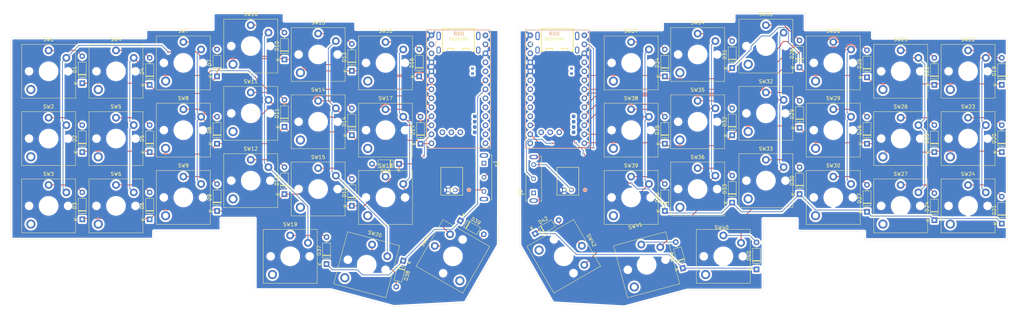
<source format=kicad_pcb>
(kicad_pcb (version 20241229) (generator "pcbnew") (generator_version "9.0")
  (title_block (title "Thyme: Split Keyboard PCB") (date "03/28/2025") (rev "1.14"))
  (layers (0 "F.Cu" signal) (2 "B.Cu" signal) (13 "F.Paste" user) (15 "B.Paste" user) (5 "F.SilkS" user "F.Silkscreen") (7 "B.SilkS" user "B.Silkscreen") (1 "F.Mask" user) (3 "B.Mask" user) (25 "Edge.Cuts" user))
  (net 0 "")
  (net 1 "L-ROW0")
  (net 2 "Net-(D1-A)")
  (net 3 "L-ROW1")
  (net 4 "Net-(D2-A)")
  (net 5 "L-ROW2")
  (net 6 "Net-(D3-A)")
  (net 7 "Net-(D4-A)")
  (net 8 "Net-(D5-A)")
  (net 9 "Net-(D6-A)")
  (net 10 "Net-(D7-A)")
  (net 11 "Net-(D8-A)")
  (net 12 "Net-(D9-A)")
  (net 13 "Net-(D10-A)")
  (net 14 "Net-(D11-A)")
  (net 15 "Net-(D12-A)")
  (net 16 "Net-(D13-A)")
  (net 17 "Net-(D14-A)")
  (net 18 "Net-(D15-A)")
  (net 19 "Net-(D16-A)")
  (net 20 "Net-(D17-A)")
  (net 21 "Net-(D18-A)")
  (net 22 "R-ROW0")
  (net 23 "Net-(D19-A)")
  (net 24 "Net-(D20-A)")
  (net 25 "R-ROW1")
  (net 26 "R-ROW2")
  (net 27 "Net-(D21-A)")
  (net 28 "Net-(D22-A)")
  (net 29 "Net-(D23-A)")
  (net 30 "Net-(D24-A)")
  (net 31 "Net-(D25-A)")
  (net 32 "Net-(D26-A)")
  (net 33 "Net-(D27-A)")
  (net 34 "Net-(D28-A)")
  (net 35 "Net-(D29-A)")
  (net 36 "Net-(D30-A)")
  (net 37 "Net-(D31-A)")
  (net 38 "Net-(D32-A)")
  (net 39 "Net-(D33-A)")
  (net 40 "Net-(D34-A)")
  (net 41 "Net-(D35-A)")
  (net 42 "Net-(D36-A)")
  (net 43 "Net-(D37-A)")
  (net 44 "Net-(D38-A)")
  (net 45 "Net-(D39-A)")
  (net 46 "Net-(D40-A)")
  (net 47 "Net-(D41-A)")
  (net 48 "Net-(D42-A)")
  (net 49 "L-COL0")
  (net 50 "L-COL1")
  (net 51 "L-COL2")
  (net 52 "L-COL3")
  (net 53 "L-COL4")
  (net 54 "L-COL5")
  (net 55 "R-COL0")
  (net 56 "R-COL1")
  (net 57 "R-COL2")
  (net 58 "R-COL3")
  (net 59 "R-COL4")
  (net 60 "R-COL5")
  (net 66 "LPOWER-GND")
  (net 67 "L-ROW3")
  (net 68 "R-ROW3")
  (net 78 "LPOWER-3.3V")
  (net 79 "RPOWER-GND")
  (net 80 "RPOWER-3.3V")
  (net 85 "LBATTERY_POSITIVE")
  (net 86 "RBATTERY_POSITIVE")
  (net 101 "Net-(S1-Pad2)")
  (net 104 "Net-(S2-Pad2)")
  (footprint "Switch_Keyboard_Kailh:SW_Kailh_Choc_V1V2_1.00u" (layer "F.Cu") (at 303.88257 103.373099)
    (property "Reference" "SW24")
    (property "Value" "SW_Push")
  )
  (footprint "Switch_Keyboard_Kailh:SW_Kailh_Choc_V1V2_1.00u" (layer "F.Cu") (at 63.63257 84.373099)
    (property "Reference" "SW5")
    (property "Value" "SW_Push")
  )
  (footprint "Switch_Keyboard_Kailh:SW_Kailh_Choc_V1V2_1.00u" (layer "F.Cu") (at 158.63257 117.636239 60)
    (property "Reference" "SW21")
    (property "Value" "SW_Push")
  )
  (footprint "Switch_Keyboard_Kailh:SW_Kailh_Choc_V1V2_1.00u" (layer "F.Cu") (at 265.88257 62.998099)
    (property "Reference" "SW28")
    (property "Value" "SW_Push")
  )
  (footprint "Switch_Keyboard_Kailh:SW_Kailh_Choc_V1V2_1.00u" (layer "F.Cu") (at 120.63257 98.623099)
    (property "Reference" "SW15")
    (property "Value" "SW_Push")
  )
  (footprint "Switch_Keyboard_Kailh:SW_Kailh_Choc_V1V2_1.00u" (layer "F.Cu") (at 101.63257 96.248099)
    (property "Reference" "SW12")
    (property "Value" "SW_Push")
  )
  (footprint "libraries:SuperMini NRF52840" (layer "F.Cu") (at 180.45 55.21863)
    (property "Reference" "U2" (hide yes))
    (property "Value" "nice_nano")
  )
  (footprint "libraries:CONN_S2B-PH-K-S_JST" (layer "F.Cu") (at 159.30767 98.873099 180)
    (property "Reference" "J2")
    (property "Value" "JST BATTERY R")
  )
  (footprint "Diode_THT:D_DO-35_SOD27_P7.62mm_Horizontal" (layer "F.Cu") (at 54.13257 107.183099 90)
    (property "Reference" "D3")
    (property "Value" "D_Small")
  )
  (footprint "Diode_THT:D_DO-35_SOD27_P7.62mm_Horizontal" (layer "F.Cu") (at 218.38257 104.808099 90)
    (property "Reference" "D36")
    (property "Value" "D_Small")
  )
  (footprint "Diode_THT:D_DO-35_SOD27_P7.62mm_Horizontal" (layer "F.Cu") (at 256.36257 64.268099 90)
    (property "Reference" "D28")
    (property "Value" "D_Small")
  )
  (footprint "Diode_THT:D_DO-35_SOD27_P7.62mm_Horizontal" (layer "F.Cu") (at 144.618671 118.867922 -105)
    (property "Reference" "D38")
    (property "Value" "D_Small")
  )
  (footprint "Diode_THT:D_DO-35_SOD27_P7.62mm_Horizontal" (layer "F.Cu") (at 149.13257 66.808099 90)
    (property "Reference" "D16")
    (property "Value" "D_Small")
  )
  (footprint "Diode_THT:D_DO-35_SOD27_P7.62mm_Horizontal" (layer "F.Cu") (at 275.38257 105.055599 90)
    (property "Reference" "D27")
    (property "Value" "D_Small")
  )
  (footprint "Diode_THT:D_DO-35_SOD27_P7.62mm_Horizontal" (layer "F.Cu") (at 73.13257 107.183099 90)
    (property "Reference" "D6")
    (property "Value" "D_Small")
  )
  (footprint "Diode_THT:D_DO-35_SOD27_P7.62mm_Horizontal" (layer "F.Cu") (at 313.38257 69.183099 90)
    (property "Reference" "D19")
    (property "Value" "D_Small")
  )
  (footprint "Diode_THT:D_DO-35_SOD27_P7.62mm_Horizontal" (layer "F.Cu") (at 111.13257 62.058099 90)
    (property "Reference" "D10")
    (property "Value" "D_Small")
  )
  (footprint "Diode_THT:D_DO-35_SOD27_P7.62mm_Horizontal" (layer "F.Cu") (at 54.13257 68.730599 90)
    (property "Reference" "D1")
    (property "Value" "D_Small")
  )
  (footprint "Diode_THT:D_DO-35_SOD27_P7.62mm_Horizontal" (layer "F.Cu") (at 313.38257 108.370599 90)
    (property "Reference" "D21")
    (property "Value" "D_Small")
  )
  (footprint "Diode_THT:D_DO-35_SOD27_P7.62mm_Horizontal" (layer "F.Cu") (at 275.38257 85.808099 90)
    (property "Reference" "D26")
    (property "Value" "D_Small")
  )
  (footprint "Switch_Keyboard_Kailh:SW_Kailh_Choc_V1V2_1.00u" (layer "F.Cu") (at 227.63257 60.623099)
    (property "Reference" "SW34")
    (property "Value" "SW_Push")
  )
  (footprint "Diode_THT:D_DO-35_SOD27_P7.62mm_Horizontal" (layer "F.Cu") (at 92.13257 66.808099 90)
    (property "Reference" "D7")
    (property "Value" "D_Small")
  )
  (footprint "Switch_Keyboard_Kailh:SW_Kailh_Choc_V1V2_1.00u" (layer "F.Cu") (at 134.319978 119.998099 -15)
    (property "Reference" "SW20")
    (property "Value" "SW_Push")
  )
  (footprint "libraries:SW_SLW-1277744-3A-N-D" (layer "F.Cu") (at 167.38257 95.308099 -90)
    (property "Reference" "S1")
    (property "Value" "Power Switch")
  )
  (footprint "Diode_THT:D_DO-35_SOD27_P7.62mm_Horizontal" (layer "F.Cu") (at 73.13257 88.183099 90)
    (property "Reference" "D5")
    (property "Value" "D_Small")
  )
  (footprint "Diode_THT:D_DO-35_SOD27_P7.62mm_Horizontal" (layer "F.Cu") (at 237.38257 83.433099 90)
    (property "Reference" "D32")
    (property "Value" "D_Small")
  )
  (footprint "Diode_THT:D_DO-35_SOD27_P7.62mm_Horizontal" (layer "F.Cu") (at 294.38257 69.183099 90)
    (property "Reference" "D22")
    (property "Value" "D_Small")
  )
  (footprint "Switch_Keyboard_Kailh:SW_Kailh_Choc_V1V2_1.00u" (layer "F.Cu") (at 82.63257 62.998099)
    (property "Reference" "SW7")
    (property "Value" "SW_Push")
  )
  (footprint "Diode_THT:D_DO-35_SOD27_P7.62mm_Horizontal" (layer "F.Cu") (at 256.38257 81.305599 90)
    (property "Reference" "D29")
    (property "Value" "D_Small")
  )
  (footprint "libraries:SW_SLW-1277744-3A-N-D" (layer "F.Cu") (at 181.41257 95.728099 90)
    (property "Reference" "S2")
    (property "Value" "Power Switch")
  )
  (footprint "Diode_THT:D_DO-35_SOD27_P7.62mm_Horizontal" (layer "F.Cu") (at 223.448671 120.978276 105)
    (property "Reference" "D41")
    (property "Value" "D_Small")
  )
  (footprint "libraries:SuperMini NRF52840" (layer "F.Cu") (at 152.575061 55.21863)
    (property "Reference" "U1" (hide yes))
    (property "Value" "nice_nano")
  )
  (footprint "Switch_Keyboard_Kailh:SW_Kailh_Choc_V1V2_1.00u" (layer "F.Cu") (at 246.88257 77.248099)
    (property "Reference" "SW32")
    (property "Value" "SW_Push")
  )
  (footprint "Switch_Keyboard_Kailh:SW_Kailh_Choc_V1V2_1.00u" (layer "F.Cu") (at 213.25757 119.998099 15)
    (property "Reference" "SW41")
    (property "Value" "SW_Push")
  )
  (footprint "Diode_THT:D_DO-35_SOD27_P7.62mm_Horizontal" (layer "F.Cu") (at 313.38257 88.183099 90)
    (property "Reference" "D20")
    (property "Value" "D_Small")
  )
  (footprint "Switch_Keyboard_Kailh:SW_Kailh_Choc_V1V2_1.00u" (layer "F.Cu") (at 227.63257 79.623099)
    (property "Reference" "SW35")
    (property "Value" "SW_Push")
  )
  (footprint "Switch_Keyboard_Kailh:SW_Kailh_Choc_V1V2_1.00u" (layer "F.Cu") (at 101.63257 77.248099)
    (property "Reference" "SW11")
    (property "Value" "SW_Push")
  )
  (footprint "Switch_Keyboard_Kailh:SW_Kailh_Choc_V1V2_1.00u" (layer "F.Cu") (at 246.88257 58.248099)
    (property "Reference" "SW31")
    (property "Value" "SW_Push")
  )
  (footprint "Diode_THT:D_DO-35_SOD27_P7.62mm_Horizontal" (layer "F.Cu") (at 294.38257 107.430599 90)
    (property "Reference" "D24")
    (property "Value" "D_Small")
  )
  (footprint "Switch_Keyboard_Kailh:SW_Kailh_Choc_V1V2_1.00u" (layer "F.Cu") (at 234.88257 117.623099)
    (property "Reference" "SW40")
    (property "Value" "SW_Push")
  )
  (footprint "Switch_Keyboard_Kailh:SW_Kailh_Choc_V1V2_1.00u" (layer "F.Cu") (at 120.63257 60.623099)
    (property "Reference" "SW13")
    (property "Value" "SW_Push")
  )
  (footprint "Switch_Keyboard_Kailh:SW_Kailh_Choc_V1V2_1.00u" (layer "F.Cu") (at 208.88257 100.998099)
    (property "Reference" "SW39")
    (property "Value" "SW_Push")
  )
  (footprint "Diode_THT:D_DO-35_SOD27_P7.62mm_Horizontal" (layer "F.Cu") (at 111.13257 81.058099 90)
    (property "Reference" "D11")
    (property "Value" "D_Small")
  )
  (footprint "Diode_THT:D_DO-35_SOD27_P7.62mm_Horizontal" (layer "F.Cu") (at 143.44257 91.498099 180)
    (property "Reference" "D18")
    (property "Value" "D_Small")
  )
  (footprint "Switch_Keyboard_Kailh:SW_Kailh_Choc_V1V2_1.00u" (layer "F.Cu") (at 284.88257 103.373099)
    (property "Reference" "SW27")
    (property "Value" "SW_Push")
  )
  (footprint "Switch_Keyboard_Kailh:SW_Kailh_Choc_V1V2_1.00u" (layer "F.Cu") (at 189.88257 117.60996 -60)
    (property "Reference" "SW42")
    (property "Value" "SW_Push")
  )
  (footprint "Switch_Keyboard_Kailh:SW_Kailh_Choc_V1V2_1.00u" (layer "F.Cu") (at 63.63257 103.373099)
    (property "Reference" "SW6")
    (property "Value" "SW_Push")
  )
  (footprint "Diode_THT:D_DO-35_SOD27_P7.62mm_Horizontal" (layer "F.Cu") (at 149.50757 85.808099 90)
    (property "Reference" "D17")
    (property "Value" "D_Small")
  )
  (footprint "Switch_Keyboard_Kailh:SW_Kailh_Choc_V1V2_1.00u" (layer "F.Cu") (at 227.63257 98.623099)
    (property "Reference" "SW36")
    (property "Value" "SW_Push")
  )
  (footprint "Switch_Keyboard_Kailh:SW_Kailh_Choc_V1V2_1.00u" (layer "F.Cu") (at 44.63257 65.373099)
    (property "Reference" "SW1")
    (property "Value" "SW_Push")
  )
  (footprint "Switch_Keyboard_Kailh:SW_Kailh_Choc_V1V2_1.00u" (layer "F.Cu") (at 284.88257 84.373099)
    (property "Reference" "SW26")
    (property "Value" "SW_Push")
  )
  (footprint "Switch_Keyboard_Kailh:SW_Kailh_Choc_V1V2_1.00u" (layer "F.Cu") (at 101.63257 58.248099)
    (property "Reference" "SW10")
    (property "Value" "SW_Push")
  )
  (footprint "Switch_Keyboard_Kailh:SW_Kailh_Choc_V1V2_1.00u" (layer "F.Cu") (at 82.63257 100.998099)
    (property "Reference" "SW9")
    (property "Value" "SW_Push")
  )
  (footprint "Diode_THT:D_DO-35_SOD27_P7.62mm_Horizontal" (layer "F.Cu") (at 160.748014 107.588099 -30)
    (property "Reference" "D39")
    (property "Value" "D_Small")
  )
  (footprint "Diode_THT:D_DO-35_SOD27_P7.62mm_Horizontal" (layer "F.Cu") (at 123.00757 119.803099 90)
    (property "Reference" "D37")
    (property "Value" "D_Small")
  )
  (footprint "Diode_THT:D_DO-35_SOD27_P7.62mm_Horizontal" (layer "F.Cu") (at 218.38257 66.808099 90)
    (property "Reference" "D34")
    (property "Value" "D_Small")
  )
  (footprint "Diode_THT:D_DO-35_SOD27_P7.62mm_Horizontal" (layer "F.Cu") (at 92.13257 85.808099 90)
    (property "Reference" "D8")
    (property "Value" "D_Small")
  )
  (footprint "Switch_Keyboard_Kailh:SW_Kailh_Choc_V1V2_1.00u" (layer "F.Cu") (at 246.88257 96.248099)
    (property "Reference" "SW33")
    (property "Value" "SW_Push")
  )
  (footprint "Switch_Keyboard_Kailh:SW_Kailh_Choc_V1V2_1.00u" (layer "F.Cu") (at 44.63257 103.373099)
    (property "Reference" "SW3")
    (property "Value" "SW_Push")
  )
  (footprint "Switch_Keyboard_Kailh:SW_Kailh_Choc_V1V2_1.00u" (layer "F.Cu") (at 265.88257 81.998099)
    (property "Reference" "SW29")
    (property "Value" "SW_Push")
  )
  (footprint "Switch_Keyboard_Kailh:SW_Kailh_Choc_V1V2_1.00u" (layer "F.Cu") (at 139.63257 100.998099)
    (property "Reference" "SW18")
    (property "Value" "SW_Push")
  )
  (footprint "Diode_THT:D_DO-35_SOD27_P7.62mm_Horizontal" (layer "F.Cu") (at 237.38257 102.433099 90)
    (property "Reference" "D33")
    (property "Value" "D_Small")
  )
  (footprint "Switch_Keyboard_Kailh:SW_Kailh_Choc_V1V2_1.00u" (layer "F.Cu") (at 284.88257 65.373099)
    (property "Reference" "SW25")
    (property "Value" "SW_Push")
  )
  (footprint "Diode_THT:D_DO-35_SOD27_P7.62mm_Horizontal" (layer "F.Cu") (at 130.13257 65.243099 90)
    (property "Reference" "D13")
    (property "Value" "D_Small")
  )
  (footprint "Diode_THT:D_DO-35_SOD27_P7.62mm_Horizontal" (layer "F.Cu") (at 244.233014 121.305598 90)
    (property "Reference" "D40")
    (property "Value" "D_Small")
  )
  (footprint "Switch_Keyboard_Kailh:SW_Kailh_Choc_V1V2_1.00u" (layer "F.Cu") (at 303.88257 65.373099)
    (property "Reference" "SW22")
    (property "Value" "SW_Push")
  )
  (footprint "Switch_Keyboard_Kailh:SW_Kailh_Choc_V1V2_1.00u" (layer "F.Cu") (at 208.88257 62.998099)
    (property "Reference" "SW37")
    (property "Value" "SW_Push")
  )
  (footprint "Diode_THT:D_DO-35_SOD27_P7.62mm_Horizontal" (layer "F.Cu") (at 130.13257 83.433099 90)
    (property "Reference" "D14")
    (property "Value" "D_Small")
  )
  (footprint "Switch_Keyboard_Kailh:SW_Kailh_Choc_V1V2_1.00u" (layer "F.Cu") (at 139.63257 81.998099)
    (property "Reference" "SW17")
    (property "Value" "SW_Push")
  )
  (footprint "Diode_THT:D_DO-35_SOD27_P7.62mm_Horizontal" (layer "F.Cu") (at 73.13257 69.183099 90)
    (property "Reference" "D4")
    (property "Value" "D_Small")
  )
  (footprint "Switch_Keyboard_Kailh:SW_Kailh_Choc_V1V2_1.00u" (layer "F.Cu") (at 265.88257 100.998099)
    (property "Reference" "SW30")
    (property "Value" "SW_Push")
  )
  (footprint "Switch_Keyboard_Kailh:SW_Kailh_Choc_V1V2_1.00u" (layer "F.Cu") (at 120.63257 79.623099)
    (property "Reference" "SW14")
    (property "Value" "SW_Push")
  )
  (footprint "Diode_THT:D_DO-35_SOD27_P7.62mm_Horizontal" (layer "F.Cu") (at 92.13257 104.808099 90)
    (property "Reference" "D9")
    (property "Value" "D_Small")
  )
  (footprint "Switch_Keyboard_Kailh:SW_Kailh_Choc_V1V2_1.00u" (layer "F.Cu") (at 44.63257 84.373099)
    (property "Reference" "SW2")
    (property "Value" "SW_Push")
  )
  (footprint "Switch_Keyboard_Kailh:SW_Kailh_Choc_V1V2_1.00u" (layer "F.Cu") (at 208.88257 81.998099)
    (property "Reference" "SW38")
    (property "Value" "SW_Push")
  )
  (footprint "Switch_Keyboard_Kailh:SW_Kailh_Choc_V1V2_1.00u" (layer "F.Cu") (at 112.75757 117.623099)
    (property "Reference" "SW19")
    (property "Value" "SW_Push")
  )
  (footprint "Diode_THT:D_DO-35_SOD27_P7.62mm_Horizontal" (layer "F.Cu") (at 218.38257 85.808099 90)
    (property "Reference" "D35")
    (property "Value" "D_Small")
  )
  (footprint "Switch_Keyboard_Kailh:SW_Kailh_Choc_V1V2_1.00u" (layer "F.Cu") (at 82.63257 81.998099)
    (property "Reference" "SW8")
    (property "Value" "SW_Push")
  )
  (footprint "Diode_THT:D_DO-35_SOD27_P7.62mm_Horizontal" (layer "F.Cu") (at 237.38257 64.433099 90)
    (property "Reference" "D31")
    (property "Value" "D_Small")
  )
  (footprint "Diode_THT:D_DO-35_SOD27_P7.62mm_Horizontal" (layer "F.Cu") (at 111.13257 100.058099 90)
    (property "Reference" "D12")
    (property "Value" "D_Small")
  )
  (footprint "Diode_THT:D_DO-35_SOD27_P7.62mm_Horizontal" (layer "F.Cu") (at 294.38257 88.183099 90)
    (property "Reference" "D23")
    (property "Value" "D_Small")
  )
  (footprint "Diode_THT:D_DO-35_SOD27_P7.62mm_Horizontal" (layer "F.Cu") (at 275.38257 67.055599 90)
    (property "Reference" "D25")
    (property "Value" "D_Small")
  )
  (footprint "libraries:CONN_S2B-PH-K-S_JST" (layer "F.Cu") (at 192.04767 98.873099 180)
    (property "Reference" "J1")
    (property "Value" "JST BATTERY R")
  )
  (footprint "Diode_THT:D_DO-35_SOD27_P7.62mm_Horizontal" (layer "F.Cu") (at 54.13257 88.183099 90)
    (property "Reference" "D2")
    (property "Value" "D_Small")
  )
  (footprint "Switch_Keyboard_Kailh:SW_Kailh_Choc_V1V2_1.00u" (layer "F.Cu") (at 139.63257 62.998099)
    (property "Reference" "SW16")
    (property "Value" "SW_Push")
  )
  (footprint "Diode_THT:D_DO-35_SOD27_P7.62mm_Horizontal" (layer "F.Cu") (at 181.833014 111.215599 30)
    (property "Reference" "D42")
    (property "Value" "D_Small")
  )
  (footprint "Diode_THT:D_DO-35_SOD27_P7.62mm_Horizontal" (layer "F.Cu") (at 130.13257 103.373099 90)
    (property "Reference" "D15")
    (property "Value" "D_Small")
  )
  (footprint "Diode_THT:D_DO-35_SOD27_P7.62mm_Horizontal" (layer "F.Cu") (at 256.38257 100.058099 90)
    (property "Reference" "D30")
    (property "Value" "D_Small")
  )
  (footprint "Switch_Keyboard_Kailh:SW_Kailh_Choc_V1V2_1.00u" (layer "F.Cu") (at 63.63257 65.373099)
    (property "Reference" "SW4")
    (property "Value" "SW_Push")
  )
  (footprint "Switch_Keyboard_Kailh:SW_Kailh_Choc_V1V2_1.00u" (layer "F.Cu") (at 303.88257 84.373099)
    (property "Reference" "SW23")
    (property "Value" "SW_Push")
  )
  (gr_poly (pts (xy 206.948724 131.973099) (xy 224.761224 127.223099) (xy 246.136224 127.223099) (xy 246.136224 107.035599) (xy 255.636224 107.035599) (xy 255.636224 110.598099) (xy 274.636224 110.598099) (xy 274.636224 112.973099) (xy 315.011224 112.973099) (xy 315.011224 55.973099) (xy 277.011224 55.973099) (xy 277.011224 53.598099) (xy 258.011224 53.598099) (xy 258.011224 48.848099) (xy 237.823724 48.848099) (xy 237.823724 51.223099) (xy 217.636224 51.223099) (xy 217.636224 53.598099) (xy 177.261224 53.598099) (xy 177.425017 114.447237) (xy 186.800159 130.853734)) (stroke (width 0.05)) (fill no) (layer "Edge.Cuts"))
  (gr_poly (pts (xy 142.00757 131.873099) (xy 124.19507 127.123099) (xy 102.82007 127.123099) (xy 102.82007 106.935599) (xy 93.32007 106.935599) (xy 93.32007 110.498099) (xy 74.32007 110.498099) (xy 74.32007 112.873099) (xy 33.94507 112.873099) (xy 33.94507 55.873099) (xy 71.94507 55.873099) (xy 71.94507 53.498099) (xy 90.94507 53.498099) (xy 90.94507 48.748099) (xy 111.13257 48.748099) (xy 111.13257 51.123099) (xy 131.32007 51.123099) (xy 131.32007 53.498099) (xy 171.69507 53.498099) (xy 171.531277 114.347237) (xy 162.156135 130.753734)) (stroke (width 0.05)) (fill no) (layer "Edge.Cuts"))
  (segment (start 117.366726 65.243099) (end 114.181726 62.058099) (width 0.2) (layer "F.Cu") (net 1))
  (segment (start 167.815071 67.91862) (end 166.714061 69.01963) (width 0.2) (layer "F.Cu") (net 1))
  (segment (start 73.13257 69.183099) (end 72.68007 68.730599) (width 0.2) (layer "F.Cu") (net 1))
  (segment (start 87.29257 71.648099) (end 75.59757 71.648099) (width 0.2) (layer "F.Cu") (net 1))
  (segment (start 151.344101 69.01963) (end 149.13257 66.808099) (width 0.2) (layer "F.Cu") (net 1))
  (segment (start 111.13257 62.058099) (end 110.87157 61.797099) (width 0.2) (layer "F.Cu") (net 1))
  (segment (start 92.13257 65.348099) (end 92.13257 66.808099) (width 0.2) (layer "F.Cu") (net 1))
  (segment (start 130.13257 65.243099) (end 117.366726 65.243099) (width 0.2) (layer "F.Cu") (net 1))
  (segment (start 75.59757 71.648099) (end 73.13257 69.183099) (width 0.2) (layer "F.Cu") (net 1))
  (segment (start 166.714061 69.01963) (end 151.344101 69.01963) (width 0.2) (layer "F.Cu") (net 1))
  (segment (start 136.102678 66.808099) (end 134.537678 65.243099) (width 0.2) (layer "F.Cu") (net 1))
  (segment (start 114.181726 62.058099) (end 111.13257 62.058099) (width 0.2) (layer "F.Cu") (net 1))
  (segment (start 92.13257 66.808099) (end 87.29257 71.648099) (width 0.2) (layer "F.Cu") (net 1))
  (segment (start 149.13257 66.808099) (end 136.102678 66.808099) (width 0.2) (layer "F.Cu") (net 1))
  (segment (start 134.537678 65.243099) (end 130.13257 65.243099) (width 0.2) (layer "F.Cu") (net 1))
  (segment (start 95.68357 61.797099) (end 92.13257 65.348099) (width 0.2) (layer "F.Cu") (net 1))
  (segment (start 72.68007 68.730599) (end 54.13257 68.730599) (width 0.2) (layer "F.Cu") (net 1))
  (segment (start 110.87157 61.797099) (end 95.68357 61.797099) (width 0.2) (layer "F.Cu") (net 1))
  (segment (start 52.49507 59.473099) (end 54.13257 61.110599) (width 0.2) (layer "F.Cu") (net 2))
  (segment (start 44.63257 59.473099) (end 52.49507 59.473099) (width 0.2) (layer "F.Cu") (net 2))
  (segment (start 112.57357 82.499099) (end 129.19857 82.499099) (width 0.2) (layer "F.Cu") (net 3))
  (segment (start 111.13257 81.058099) (end 112.57357 82.499099) (width 0.2) (layer "F.Cu") (net 3))
  (segment (start 54.13257 88.183099) (end 54.39357 87.922099) (width 0.2) (layer "F.Cu") (net 3))
  (segment (start 152.465592 85.808099) (end 152.575061 85.69863) (width 0.2) (layer "F.Cu") (net 3))
  (segment (start 73.69857 88.749099) (end 89.19157 88.749099) (width 0.2) (layer "F.Cu") (net 3))
  (segment (start 92.13257 85.808099) (end 106.38257 85.808099) (width 0.2) (layer "F.Cu") (net 3))
  (segment (start 149.50757 85.808099) (end 152.465592 85.808099) (width 0.2) (layer "F.Cu") (net 3))
  (segment (start 106.38257 85.808099) (end 111.13257 81.058099) (width 0.2) (layer "F.Cu") (net 3))
  (segment (start 129.19857 82.499099) (end 130.13257 83.433099) (width 0.2) (layer "F.Cu") (net 3))
  (segment (start 148.57357 84.874099) (end 149.50757 85.808099) (width 0.2) (layer "F.Cu") (net 3))
  (segment (start 54.39357 87.922099) (end 72.87157 87.922099) (width 0.2) (layer "F.Cu") (net 3))
  (segment (start 130.13257 83.433099) (end 131.57357 84.874099) (width 0.2) (layer "F.Cu") (net 3))
  (segment (start 72.87157 87.922099) (end 73.13257 88.183099) (width 0.2) (layer "F.Cu") (net 3))
  (segment (start 89.19157 88.749099) (end 92.13257 85.808099) (width 0.2) (layer "F.Cu") (net 3))
  (segment (start 73.13257 88.183099) (end 73.69857 88.749099) (width 0.2) (layer "F.Cu") (net 3))
  (segment (start 131.57357 84.874099) (end 148.57357 84.874099) (width 0.2) (layer "F.Cu") (net 3))
  (segment (start 44.63257 78.473099) (end 52.04257 78.473099) (width 0.2) (layer "F.Cu") (net 4))
  (segment (start 52.04257 78.473099) (end 54.13257 80.563099) (width 0.2) (layer "F.Cu") (net 4))
  (segment (start 135.43357 101.536991) (end 133.597462 103.373099) (width 0.2) (layer "F.Cu") (net 5))
  (segment (start 137.79257 98.148099) (end 135.43357 100.507099) (width 0.2) (layer "F.Cu") (net 5))
  (segment (start 148.17257 91.498099) (end 143.44257 91.498099) (width 0.2) (layer "F.Cu") (net 5))
  (segment (start 72.87157 106.922099) (end 73.13257 107.183099) (width 0.2) (layer "F.Cu") (net 5))
  (segment (start 121.315292 103.373099) (end 130.13257 103.373099) (width 0.2) (layer "F.Cu") (net 5))
  (segment (start 106.38257 104.808099) (end 111.13257 100.058099) (width 0.2) (layer "F.Cu") (net 5))
  (segment (start 54.13257 107.183099) (end 54.39357 106.922099) (width 0.2) (layer "F.Cu") (net 5))
  (segment (start 138.563884 98.148099) (end 137.79257 98.148099) (width 0.2) (layer "F.Cu") (net 5))
  (segment (start 75.80757 104.508099) (end 91.83257 104.508099) (width 0.2) (layer "F.Cu") (net 5))
  (segment (start 150.47257 89.198099) (end 148.17257 91.498099) (width 0.2) (layer "F.Cu") (net 5))
  (segment (start 143.44257 93.269413) (end 138.563884 98.148099) (width 0.2) (layer "F.Cu") (net 5))
  (segment (start 91.83257 104.508099) (end 92.13257 104.808099) (width 0.2) (layer "F.Cu") (net 5))
  (segment (start 92.13257 104.808099) (end 106.38257 104.808099) (width 0.2) (layer "F.Cu") (net 5))
  (segment (start 133.597462 103.373099) (end 130.13257 103.373099) (width 0.2) (layer "F.Cu") (net 5))
  (segment (start 111.13257 100.058099) (end 118.000292 100.058099) (width 0.2) (layer "F.Cu") (net 5))
  (segment (start 73.13257 107.183099) (end 75.80757 104.508099) (width 0.2) (layer "F.Cu") (net 5))
  (segment (start 143.44257 91.498099) (end 143.44257 93.269413) (width 0.2) (layer "F.Cu") (net 5))
  (segment (start 135.43357 100.507099) (end 135.43357 101.536991) (width 0.2) (layer "F.Cu") (net 5))
  (segment (start 118.000292 100.058099) (end 121.315292 103.373099) (width 0.2) (layer "F.Cu") (net 5))
  (segment (start 54.39357 106.922099) (end 72.87157 106.922099) (width 0.2) (layer "F.Cu") (net 5))
  (via (at 150.47257 89.198099) (size 0.6) (drill 0.3) (layers "F.Cu" "B.Cu") (net 5))
  (segment (start 150.47257 89.198099) (end 150.632642 89.038027) (width 0.2) (layer "B.Cu") (net 5))
  (segment (start 150.632642 89.038027) (end 150.632642 85.101049) (width 0.2) (layer "B.Cu") (net 5))
  (segment (start 150.632642 85.101049) (end 152.575061 83.15863) (width 0.2) (layer "B.Cu") (net 5))
  (segment (start 44.63257 97.473099) (end 52.04257 97.473099) (width 0.2) (layer "F.Cu") (net 6))
  (segment (start 52.04257 97.473099) (end 54.13257 99.563099) (width 0.2) (layer "F.Cu") (net 6))
  (segment (start 71.04257 59.473099) (end 73.13257 61.563099) (width 0.2) (layer "F.Cu") (net 7))
  (segment (start 63.63257 59.473099) (end 71.04257 59.473099) (width 0.2) (layer "F.Cu") (net 7))
  (segment (start 63.63257 78.473099) (end 71.04257 78.473099) (width 0.2) (layer "F.Cu") (net 8))
  (segment (start 71.04257 78.473099) (end 73.13257 80.563099) (width 0.2) (layer "F.Cu") (net 8))
  (segment (start 71.04257 97.473099) (end 73.13257 99.563099) (width 0.2) (layer "F.Cu") (net 9))
  (segment (start 63.63257 97.473099) (end 71.04257 97.473099) (width 0.2) (layer "F.Cu") (net 9))
  (segment (start 82.63257 57.098099) (end 90.04257 57.098099) (width 0.2) (layer "F.Cu") (net 10))
  (segment (start 90.04257 57.098099) (end 92.13257 59.188099) (width 0.2) (layer "F.Cu") (net 10))
  (segment (start 87.513884 76.098099) (end 89.603884 78.188099) (width 0.2) (layer "F.Cu") (net 11))
  (segment (start 82.63257 76.098099) (end 87.513884 76.098099) (width 0.2) (layer "F.Cu") (net 11))
  (segment (start 89.603884 78.188099) (end 92.13257 78.188099) (width 0.2) (layer "F.Cu") (net 11))
  (segment (start 90.04257 95.098099) (end 92.13257 97.188099) (width 0.2) (layer "F.Cu") (net 12))
  (segment (start 82.63257 95.098099) (end 90.04257 95.098099) (width 0.2) (layer "F.Cu") (net 12))
  (segment (start 109.04257 52.348099) (end 111.13257 54.438099) (width 0.2) (layer "F.Cu") (net 13))
  (segment (start 101.63257 52.348099) (end 109.04257 52.348099) (width 0.2) (layer "F.Cu") (net 13))
  (segment (start 101.63257 71.348099) (end 109.04257 71.348099) (width 0.2) (layer "F.Cu") (net 14))
  (segment (start 109.04257 71.348099) (end 111.13257 73.438099) (width 0.2) (layer "F.Cu") (net 14))
  (segment (start 109.04257 90.348099) (end 111.13257 92.438099) (width 0.2) (layer "F.Cu") (net 15))
  (segment (start 101.63257 90.348099) (end 109.04257 90.348099) (width 0.2) (layer "F.Cu") (net 15))
  (segment (start 127.23257 54.723099) (end 130.13257 57.623099) (width 0.2) (layer "F.Cu") (net 16))
  (segment (start 120.63257 54.723099) (end 127.23257 54.723099) (width 0.2) (layer "F.Cu") (net 16))
  (segment (start 120.63257 73.723099) (end 128.04257 73.723099) (width 0.2) (layer "F.Cu") (net 17))
  (segment (start 128.04257 73.723099) (end 130.13257 75.813099) (width 0.2) (layer "F.Cu") (net 17))
  (segment (start 120.63257 92.723099) (end 127.10257 92.723099) (width 0.2) (layer "F.Cu") (net 18))
  (segment (start 127.10257 92.723099) (end 130.13257 95.753099) (width 0.2) (layer "F.Cu") (net 18))
  (segment (start 147.04257 57.098099) (end 149.13257 59.188099) (width 0.2) (layer "F.Cu") (net 19))
  (segment (start 139.63257 57.098099) (end 147.04257 57.098099) (width 0.2) (layer "F.Cu") (net 19))
  (segment (start 149.50757 78.188099) (end 147.41757 76.098099) (width 0.2) (layer "F.Cu") (net 20))
  (segment (start 147.41757 76.098099) (end 139.63257 76.098099) (width 0.2) (layer "F.Cu") (net 20))
  (segment (start 139.63257 95.098099) (end 136.03257 91.498099) (width 0.2) (layer "F.Cu") (net 21))
  (segment (start 136.03257 91.498099) (end 135.82257 91.498099) (width 0.2) (layer "F.Cu") (net 21))
  (segment (start 258.64157 66.547099) (end 256.36257 64.268099) (width 0.2) (layer "F.Cu") (net 22))
  (segment (start 197.061531 66.547099) (end 195.69001 67.91862) (width 0.2) (layer "F.Cu") (net 22))
  (segment (start 218.12157 66.547099) (end 197.061531 66.547099) (width 0.2) (layer "F.Cu") (net 22))
  (segment (start 218.38257 66.808099) (end 218.12157 66.547099) (width 0.2) (layer "F.Cu") (net 22))
  (segment (start 234.36757 67.448099) (end 219.02257 67.448099) (width 0.2) (layer "F.Cu") (net 22))
  (segment (start 313.12157 68.922099) (end 294.64357 68.922099) (width 0.2) (layer "F.Cu") (net 22))
  (segment (start 274.87407 66.547099) (end 258.64157 66.547099) (width 0.2) (layer "F.Cu") (net 22))
  (segment (start 277.24907 68.922099) (end 275.38257 67.055599) (width 0.2) (layer "F.Cu") (net 22))
  (segment (start 275.38257 67.055599) (end 274.87407 66.547099) (width 0.2) (layer "F.Cu") (net 22))
  (segment (start 294.64357 68.922099) (end 294.38257 69.183099) (width 0.2) (layer "F.Cu") (net 22))
  (segment (start 237.38257 64.433099) (end 234.36757 67.448099) (width 0.2) (layer "F.Cu") (net 22))
  (segment (start 294.12157 68.922099) (end 277.24907 68.922099) (width 0.2) (layer "F.Cu") (net 22))
  (segment (start 219.02257 67.448099) (end 218.38257 66.808099) (width 0.2) (layer "F.Cu") (net 22))
  (segment (start 313.38257 69.183099) (end 313.12157 68.922099) (width 0.2) (layer "F.Cu") (net 22))
  (segment (start 294.38257 69.183099) (end 294.12157 68.922099) (width 0.2) (layer "F.Cu") (net 22))
  (segment (start 242.68357 58.379821) (end 242.68357 59.132099) (width 0.2) (layer "B.Cu") (net 22))
  (segment (start 250.398848 53.047099) (end 248.073848 55.372099) (width 0.2) (layer "B.Cu") (net 22))
  (segment (start 242.68357 59.132099) (end 237.38257 64.433099) (width 0.2) (layer "B.Cu") (net 22))
  (segment (start 245.691292 55.372099) (end 242.68357 58.379821) (width 0.2) (layer "B.Cu") (net 22))
  (segment (start 253.28357 57.309207) (end 253.28357 53.867785) (width 0.2) (layer "B.Cu") (net 22))
  (segment (start 248.073848 55.372099) (end 245.691292 55.372099) (width 0.2) (layer "B.Cu") (net 22))
  (segment (start 256.36257 60.388207) (end 253.28357 57.309207) (width 0.2) (layer "B.Cu") (net 22))
  (segment (start 256.36257 64.268099) (end 256.36257 60.388207) (width 0.2) (layer "B.Cu") (net 22))
  (segment (start 253.28357 53.867785) (end 252.462884 53.047099) (width 0.2) (layer "B.Cu") (net 22))
  (segment (start 252.462884 53.047099) (end 250.398848 53.047099) (width 0.2) (layer "B.Cu") (net 22))
  (segment (start 303.88257 59.473099) (end 308.763884 59.473099) (width 0.2) (layer "F.Cu") (net 23))
  (segment (start 308.763884 59.473099) (end 310.853884 61.563099) (width 0.2) (layer "F.Cu") (net 23))
  (segment (start 310.853884 61.563099) (end 313.38257 61.563099) (width 0.2) (layer "F.Cu") (net 23))
  (segment (start 303.88257 78.473099) (end 311.29257 78.473099) (width 0.2) (layer "F.Cu") (net 24))
  (segment (start 311.29257 78.473099) (end 313.38257 80.563099) (width 0.2) (layer "F.Cu") (net 24))
  (segment (start 260.62407 85.547099) (end 256.38257 81.305599) (width 0.2) (layer "F.Cu") (net 25))
  (segment (start 256.38257 81.305599) (end 255.87407 80.797099) (width 0.2) (layer "F.Cu") (net 25))
  (segment (start 237.38257 83.433099) (end 234.44157 86.374099) (width 0.2) (layer "F.Cu") (net 25))
  (segment (start 294.64357 87.922099) (end 294.38257 88.183099) (width 0.2) (layer "F.Cu") (net 25))
  (segment (start 313.12157 87.922099) (end 294.64357 87.922099) (width 0.2) (layer "F.Cu") (net 25))
  (segment (start 294.38257 88.183099) (end 280.806726 88.183099) (width 0.2) (layer "F.Cu") (net 25))
  (segment (start 218.94857 86.374099) (end 218.38257 85.808099) (width 0.2) (layer "F.Cu") (net 25))
  (segment (start 240.01857 80.797099) (end 237.38257 83.433099) (width 0.2) (layer "F.Cu") (net 25))
  (segment (start 234.44157 86.374099) (end 218.94857 86.374099) (width 0.2) (layer "F.Cu") (net 25))
  (segment (start 195.841531 85.547099) (end 195.69001 85.69862) (width 0.2) (layer "F.Cu") (net 25))
  (segment (start 313.38257 88.183099) (end 313.12157 87.922099) (width 0.2) (layer "F.Cu") (net 25))
  (segment (start 255.87407 80.797099) (end 240.01857 80.797099) (width 0.2) (layer "F.Cu") (net 25))
  (segment (start 280.806726 88.183099) (end 278.431726 85.808099) (width 0.2) (layer "F.Cu") (net 25))
  (segment (start 278.431726 85.808099) (end 275.38257 85.808099) (width 0.2) (layer "F.Cu") (net 25))
  (segment (start 218.12157 85.547099) (end 195.841531 85.547099) (width 0.2) (layer "F.Cu") (net 25))
  (segment (start 218.38257 85.808099) (end 218.12157 85.547099) (width 0.2) (layer "F.Cu") (net 25))
  (segment (start 275.38257 85.808099) (end 275.12157 85.547099) (width 0.2) (layer "F.Cu") (net 25))
  (segment (start 275.12157 85.547099) (end 260.62407 85.547099) (width 0.2) (layer "F.Cu") (net 25))
  (segment (start 203.745847 96.948432) (end 208.900181 96.948432) (width 0.2) (layer "F.Cu") (net 26))
  (segment (start 180.45 80.61863) (end 188.266045 80.61863) (width 0.2) (layer "F.Cu") (net 26))
  (segment (start 195.433014 88.635599) (end 203.745847 96.948432) (width 0.2) (layer "F.Cu") (net 26))
  (segment (start 188.266045 80.61863) (end 193.253014 85.605599) (width 0.2) (layer "F.Cu") (net 26))
  (via (at 195.433014 88.635599) (size 0.6) (drill 0.3) (layers "F.Cu" "B.Cu") (net 26))
  (via (at 208.900181 96.948432) (size 0.6) (drill 0.3) (layers "F.Cu" "B.Cu") (net 26))
  (via (at 193.253014 85.605599) (size 0.6) (drill 0.3) (layers "F.Cu" "B.Cu") (net 26))
  (segment (start 294.89107 106.922099) (end 294.38257 107.430599) (width 0.2) (layer "B.Cu") (net 26))
  (segment (start 274.87407 104.547099) (end 260.87157 104.547099) (width 0.2) (layer "B.Cu") (net 26))
  (segment (start 195.433014 87.785599) (end 195.433014 88.635599) (width 0.2) (layer "B.Cu") (net 26))
  (segment (start 251.39507 105.045599) (end 239.99507 105.045599) (width 0.2) (layer "B.Cu") (net 26))
  (segment (start 218.94857 105.374099) (end 218.38257 104.808099) (width 0.2) (layer "B.Cu") (net 26))
  (segment (start 311.93407 106.922099) (end 294.89107 106.922099) (width 0.2) (layer "B.Cu") (net 26))
  (segment (start 234.44157 105.374099) (end 218.94857 105.374099) (width 0.2) (layer "B.Cu") (net 26))
  (segment (start 218.38257 104.808099) (end 218.38257 103.158207) (width 0.2) (layer "B.Cu") (net 26))
  (segment (start 313.38257 108.370599) (end 311.93407 106.922099) (width 0.2) (layer "B.Cu") (net 26))
  (segment (start 260.87157 104.547099) (end 256.38257 100.058099) (width 0.2) (layer "B.Cu") (net 26))
  (segment (start 275.38257 105.055599) (end 274.87407 104.547099) (width 0.2) (layer "B.Cu") (net 26))
  (segment (start 208.900181 96.948432) (end 208.839848 96.888099) (width 0.2) (layer "B.Cu") (net 26))
  (segment (start 210.550848 98.599099) (end 208.900181 96.948432) (width 0.2) (layer "B.Cu") (net 26))
  (segment (start 275.38257 105.055599) (end 276.57607 106.249099) (width 0.2) (layer "B.Cu") (net 26))
  (segment (start 218.38257 103.158207) (end 213.823462 98.599099) (width 0.2) (layer "B.Cu") (net 26))
  (segment (start 276.57607 106.249099) (end 293.20107 106.249099) (width 0.2) (layer "B.Cu") (net 26))
  (segment (start 213.823462 98.599099) (end 210.550848 98.599099) (width 0.2) (layer "B.Cu") (net 26))
  (segment (start 193.253014 85.605599) (end 195.433014 87.785599) (width 0.2) (layer "B.Cu") (net 26))
  (segment (start 239.99507 105.045599) (end 237.38257 102.433099) (width 0.2) (layer "B.Cu") (net 26))
  (segment (start 293.20107 106.249099) (end 294.38257 107.430599) (width 0.2) (layer "B.Cu") (net 26))
  (segment (start 237.38257 102.433099) (end 234.44157 105.374099) (width 0.2) (layer "B.Cu") (net 26))
  (segment (start 256.38257 100.058099) (end 251.39507 105.045599) (width 0.2) (layer "B.Cu") (net 26))
  (segment (start 310.10507 97.473099) (end 313.38257 100.750599) (width 0.2) (layer "F.Cu") (net 27))
  (segment (start 303.88257 97.473099) (end 310.10507 97.473099) (width 0.2) (layer "F.Cu") (net 27))
  (segment (start 292.29257 59.473099) (end 294.38257 61.563099) (width 0.2) (layer "F.Cu") (net 28))
  (segment (start 284.88257 59.473099) (end 292.29257 59.473099) (width 0.2) (layer "F.Cu") (net 28))
  (segment (start 292.29257 78.473099) (end 294.38257 80.563099) (width 0.2) (layer "F.Cu") (net 29))
  (segment (start 284.88257 78.473099) (end 292.29257 78.473099) (width 0.2) (layer "F.Cu") (net 29))
  (segment (start 292.04507 97.473099) (end 294.38257 99.810599) (width 0.2) (layer "F.Cu") (net 30))
  (segment (start 284.88257 97.473099) (end 292.04507 97.473099) (width 0.2) (layer "F.Cu") (net 30))
  (segment (start 273.04507 57.098099) (end 275.38257 59.435599) (width 0.2) (layer "F.Cu") (net 31))
  (segment (start 265.88257 57.098099) (end 273.04507 57.098099) (width 0.2) (layer "F.Cu") (net 31))
  (segment (start 265.88257 76.098099) (end 273.29257 76.098099) (width 0.2) (layer "F.Cu") (net 32))
  (segment (start 273.29257 76.098099) (end 275.38257 78.188099) (width 0.2) (layer "F.Cu") (net 32))
  (segment (start 265.88257 95.098099) (end 273.04507 95.098099) (width 0.2) (layer "F.Cu") (net 33))
  (segment (start 273.04507 95.098099) (end 275.38257 97.435599) (width 0.2) (layer "F.Cu") (net 33))
  (segment (start 252.06257 52.348099) (end 256.36257 56.648099) (width 0.2) (layer "F.Cu") (net 34))
  (segment (start 246.88257 52.348099) (end 252.06257 52.348099) (width 0.2) (layer "F.Cu") (net 34))
  (segment (start 246.88257 71.348099) (end 254.04507 71.348099) (width 0.2) (layer "F.Cu") (net 35))
  (segment (start 254.04507 71.348099) (end 256.38257 73.685599) (width 0.2) (layer "F.Cu") (net 35))
  (segment (start 246.88257 90.348099) (end 254.29257 90.348099) (width 0.2) (layer "F.Cu") (net 36))
  (segment (start 254.29257 90.348099) (end 256.38257 92.438099) (width 0.2) (layer "F.Cu") (net 36))
  (segment (start 235.29257 54.723099) (end 237.38257 56.813099) (width 0.2) (layer "F.Cu") (net 37))
  (segment (start 227.63257 54.723099) (end 235.29257 54.723099) (width 0.2) (layer "F.Cu") (net 37))
  (segment (start 227.63257 73.723099) (end 235.29257 73.723099) (width 0.2) (layer "F.Cu") (net 38))
  (segment (start 235.29257 73.723099) (end 237.38257 75.813099) (width 0.2) (layer "F.Cu") (net 38))
  (segment (start 227.63257 92.723099) (end 235.29257 92.723099) (width 0.2) (layer "F.Cu") (net 39))
  (segment (start 235.29257 92.723099) (end 237.38257 94.813099) (width 0.2) (layer "F.Cu") (net 39))
  (segment (start 216.29257 57.098099) (end 218.38257 59.188099) (width 0.2) (layer "F.Cu") (net 40))
  (segment (start 208.88257 57.098099) (end 216.29257 57.098099) (width 0.2) (layer "F.Cu") (net 40))
  (segment (start 208.88257 76.098099) (end 216.29257 76.098099) (width 0.2) (layer "F.Cu") (net 41))
  (segment (start 216.29257 76.098099) (end 218.38257 78.188099) (width 0.2) (layer "F.Cu") (net 41))
  (segment (start 216.29257 95.098099) (end 218.38257 97.188099) (width 0.2) (layer "F.Cu") (net 42))
  (segment (start 208.88257 95.098099) (end 216.29257 95.098099) (width 0.2) (layer "F.Cu") (net 42))
  (segment (start 112.75757 111.723099) (end 122.54757 111.723099) (width 0.2) (layer "F.Cu") (net 43))
  (segment (start 122.54757 111.723099) (end 123.00757 112.183099) (width 0.2) (layer "F.Cu") (net 43))
  (segment (start 142.64647 122.595612) (end 142.64647 126.228277) (width 0.2) (layer "F.Cu") (net 44))
  (segment (start 135.84701 115.796152) (end 142.64647 122.595612) (width 0.2) (layer "F.Cu") (net 44))
  (segment (start 135.84701 114.299137) (end 135.84701 115.796152) (width 0.2) (layer "F.Cu") (net 44))
  (segment (start 164.058988 114.686239) (end 167.347128 111.398099) (width 0.2) (layer "F.Cu") (net 45))
  (segment (start 153.52302 114.686239) (end 164.058988 114.686239) (width 0.2) (layer "F.Cu") (net 45))
  (segment (start 234.88257 111.723099) (end 242.270515 111.723099) (width 0.2) (layer "B.Cu") (net 46))
  (segment (start 242.270515 111.723099) (end 244.233014 113.685598) (width 0.2) (layer "B.Cu") (net 46))
  (segment (start 211.730538 114.299137) (end 212.411754 113.617921) (width 0.2) (layer "B.Cu") (net 47))
  (segment (start 212.411754 113.617921) (end 221.47647 113.617921) (width 0.2) (layer "B.Cu") (net 47))
  (segment (start 188.432128 108.099968) (end 188.432128 107.405599) (width 0.2) (layer "F.Cu") (net 48))
  (segment (start 194.99212 114.65996) (end 188.432128 108.099968) (width 0.2) (layer "F.Cu") (net 48))
  (segment (start 147.33157 66.407099) (end 148.03157 65.707099) (width 0.2) (layer "F.Cu") (net 49))
  (segment (start 150.36353 65.707099) (end 152.575061 67.91863) (width 0.2) (layer "F.Cu") (net 49))
  (segment (start 132.793678 63.499099) (end 134.136678 64.842099) (width 0.2) (layer "F.Cu") (net 49))
  (segment (start 115.671462 59.322099) (end 117.75657 61.407207) (width 0.2) (layer "F.Cu") (net 49))
  (segment (start 78.39257 59.938099) (end 86.391256 59.938099) (width 0.2) (layer "F.Cu") (net 49))
  (segment (start 111.66657 59.322099) (end 115.671462 59.322099) (width 0.2) (layer "F.Cu") (net 49))
  (segment (start 117.75657 61.407207) (end 117.75657 61.814377) (width 0.2) (layer "F.Cu") (net 49))
  (segment (start 86.391256 59.938099) (end 87.577256 61.124099) (width 0.2) (layer "F.Cu") (net 49))
  (segment (start 137.409292 64.842099) (end 138.974292 66.407099) (width 0.2) (layer "F.Cu") (net 49))
  (segment (start 148.03157 65.707099) (end 150.36353 65.707099) (width 0.2) (layer "F.Cu") (net 49))
  (segment (start 87.577256 61.124099) (end 109.86457 61.124099) (width 0.2) (layer "F.Cu") (net 49))
  (segment (start 117.75657 61.814377) (end 119.441292 63.499099) (width 0.2) (layer "F.Cu") (net 49))
  (segment (start 109.86457 61.124099) (end 111.66657 59.322099) (width 0.2) (layer "F.Cu") (net 49))
  (segment (start 138.974292 66.407099) (end 147.33157 66.407099) (width 0.2) (layer "F.Cu") (net 49))
  (segment (start 134.136678 64.842099) (end 137.409292 64.842099) (width 0.2) (layer "F.Cu") (net 49))
  (segment (start 119.441292 63.499099) (end 132.793678 63.499099) (width 0.2) (layer "F.Cu") (net 49))
  (via (at 78.39257 59.938099) (size 0.6) (drill 0.3) (layers "F.Cu" "B.Cu") (net 49))
  (segment (start 48.532571 79.4731) (end 49.63257 80.573099) (width 0.2) (layer "B.Cu") (net 49))
  (segment (start 48.532571 62.673098) (end 48.532571 79.4731) (width 0.2) (layer "B.Cu") (net 49))
  (segment (start 49.63257 61.573099) (end 53.13757 58.068099) (width 0.2) (layer "B.Cu") (net 49))
  (segment (start 49.63257 61.573099) (end 48.532571 62.673098) (width 0.2) (layer "B.Cu") (net 49))
  (segment (start 76.52257 58.068099) (end 78.39257 59.938099) (width 0.2) (layer "B.Cu") (net 49))
  (segment (start 53.13757 58.068099) (end 76.52257 58.068099) (width 0.2) (layer "B.Cu") (net 49))
  (segment (start 48.70857 98.649099) (end 49.63257 99.573099) (width 0.2) (layer "B.Cu") (net 49))
  (segment (start 48.70857 81.497099) (end 48.70857 98.649099) (width 0.2) (layer "B.Cu") (net 49))
  (segment (start 49.63257 80.573099) (end 48.70857 81.497099) (width 0.2) (layer "B.Cu") (net 49))
  (segment (start 102.76257 66.948099) (end 106.273101 70.45863) (width 0.2) (layer "F.Cu") (net 50))
  (segment (start 106.273101 70.45863) (end 152.575061 70.45863) (width 0.2) (layer "F.Cu") (net 50))
  (segment (start 73.60657 66.547099) (end 88.97357 66.547099) (width 0.2) (layer "F.Cu") (net 50))
  (segment (start 88.97357 66.547099) (end 90.32257 65.198099) (width 0.2) (layer "F.Cu") (net 50))
  (segment (start 68.63257 61.573099) (end 73.60657 66.547099) (width 0.2) (layer "F.Cu") (net 50))
  (via (at 90.32257 65.198099) (size 0.6) (drill 0.3) (layers "F.Cu" "B.Cu") (net 50))
  (via (at 102.76257 66.948099) (size 0.6) (drill 0.3) (layers "F.Cu" "B.Cu") (net 50))
  (segment (start 67.532571 81.673098) (end 68.63257 80.573099) (width 0.2) (layer "B.Cu") (net 50))
  (segment (start 101.01257 65.198099) (end 102.76257 66.948099) (width 0.2) (layer "B.Cu") (net 50))
  (segment (start 90.32257 65.198099) (end 101.01257 65.198099) (width 0.2) (layer "B.Cu") (net 50))
  (segment (start 67.532571 79.4731) (end 67.532571 62.673098) (width 0.2) (layer "B.Cu") (net 50))
  (segment (start 67.532571 98.4731) (end 67.532571 81.673098) (width 0.2) (layer "B.Cu") (net 50))
  (segment (start 67.532571 62.673098) (end 68.63257 61.573099) (width 0.2) (layer "B.Cu") (net 50))
  (segment (start 68.63257 99.573099) (end 67.532571 98.4731) (width 0.2) (layer "B.Cu") (net 50))
  (segment (start 68.63257 80.573099) (end 67.532571 79.4731) (width 0.2) (layer "B.Cu") (net 50))
  (segment (start 102.823848 80.124099) (end 89.55857 80.124099) (width 0.2) (layer "F.Cu") (net 51))
  (segment (start 123.398848 78.322099) (end 121.023848 75.947099) (width 0.2) (layer "F.Cu") (net 51))
  (segment (start 142.375616 78.322099) (end 123.398848 78.322099) (width 0.2) (layer "F.Cu") (net 51))
  (segment (start 104.50857 78.439377) (end 102.823848 80.124099) (width 0.2) (layer "F.Cu") (net 51))
  (segment (start 144.672147 80.61863) (end 152.575061 80.61863) (width 0.2) (layer "F.Cu") (net 51))
  (segment (start 144.672147 80.61863) (end 142.375616 78.322099) (width 0.2) (layer "F.Cu") (net 51))
  (segment (start 104.50857 77.888099) (end 104.50857 78.439377) (width 0.2) (layer "F.Cu") (net 51))
  (segment (start 106.44957 75.947099) (end 104.50857 77.888099) (width 0.2) (layer "F.Cu") (net 51))
  (segment (start 89.55857 80.124099) (end 87.63257 78.198099) (width 0.2) (layer "F.Cu") (net 51))
  (segment (start 121.023848 75.947099) (end 106.44957 75.947099) (width 0.2) (layer "F.Cu") (net 51))
  (segment (start 86.532571 96.0981) (end 87.63257 97.198099) (width 0.2) (layer "B.Cu") (net 51))
  (segment (start 86.532571 77.0981) (end 87.63257 78.198099) (width 0.2) (layer "B.Cu") (net 51))
  (segment (start 87.63257 59.198099) (end 86.532571 60.298098) (width 0.2) (layer "B.Cu") (net 51))
  (segment (start 86.532571 60.298098) (end 86.532571 77.0981) (width 0.2) (layer "B.Cu") (net 51))
  (segment (start 87.63257 78.198099) (end 86.532571 79.298098) (width 0.2) (layer "B.Cu") (net 51))
  (segment (start 86.532571 79.298098) (end 86.532571 96.0981) (width 0.2) (layer "B.Cu") (net 51))
  (segment (start 107.732569 74.548098) (end 117.826257 74.548098) (width 0.2) (layer "F.Cu") (net 52))
  (segment (start 151.89853 72.322099) (end 152.575061 72.99863) (width 0.2) (layer "F.Cu") (net 52))
  (segment (start 106.63257 73.448099) (end 107.732569 74.548098) (width 0.2) (layer "F.Cu") (net 52))
  (segment (start 120.052256 72.322099) (end 151.89853 72.322099) (width 0.2) (layer "F.Cu") (net 52))
  (segment (start 117.826257 74.548098) (end 120.052256 72.322099) (width 0.2) (layer "F.Cu") (net 52))
  (segment (start 105.532571 91.3481) (end 105.532571 74.548098) (width 0.2) (layer "B.Cu") (net 52))
  (segment (start 117.75757 103.573099) (end 117.75757 113.823099) (width 0.2) (layer "B.Cu") (net 52))
  (segment (start 105.532571 55.548098) (end 106.63257 54.448099) (width 0.2) (layer "B.Cu") (net 52))
  (segment (start 105.532571 74.548098) (end 106.63257 73.448099) (width 0.2) (layer "B.Cu") (net 52))
  (segment (start 106.63257 92.448099) (end 117.75757 103.573099) (width 0.2) (layer "B.Cu") (net 52))
  (segment (start 106.63257 92.448099) (end 105.532571 91.3481) (width 0.2) (layer "B.Cu") (net 52))
  (segment (start 106.63257 73.448099) (end 105.532571 72.3481) (width 0.2) (layer "B.Cu") (net 52))
  (segment (start 105.532571 72.3481) (end 105.532571 55.548098) (width 0.2) (layer "B.Cu") (net 52))
  (segment (start 136.250256 77.499099) (end 139.052256 74.697099) (width 0.2) (layer "F.Cu") (net 53))
  (segment (start 139.052256 74.697099) (end 151.73353 74.697099) (width 0.2) (layer "F.Cu") (net 53))
  (segment (start 151.73353 74.697099) (end 152.575061 75.53863) (width 0.2) (layer "F.Cu") (net 53))
  (segment (start 125.63257 75.823099) (end 127.30857 77.499099) (width 0.2) (layer "F.Cu") (net 53))
  (segment (start 127.30857 77.499099) (end 136.250256 77.499099) (width 0.2) (layer "F.Cu") (net 53))
  (segment (start 125.63257 56.823099) (end 123.50857 58.947099) (width 0.2) (layer "B.Cu") (net 53))
  (segment (start 124.532571 93.7231) (end 125.63257 94.823099) (width 0.2) (layer "B.Cu") (net 53))
  (segment (start 140.13312 109.323649) (end 140.13312 117.621676) (width 0.2) (layer "B.Cu") (net 53))
  (segment (start 123.50857 58.947099) (end 123.50857 73.699099) (width 0.2) (layer "B.Cu") (net 53))
  (segment (start 123.50857 73.699099) (end 125.63257 75.823099) (width 0.2) (layer "B.Cu") (net 53))
  (segment (start 124.532571 76.923098) (end 124.532571 93.7231) (width 0.2) (layer "B.Cu") (net 53))
  (segment (start 125.63257 75.823099) (end 124.532571 76.923098) (width 0.2) (layer "B.Cu") (net 53))
  (segment (start 125.63257 94.823099) (end 140.13312 109.323649) (width 0.2) (layer "B.Cu") (net 53))
  (segment (start 144.63257 98.197009) (end 144.63257 97.198099) (width 0.2) (layer "F.Cu") (net 54))
  (segment (start 145.732569 79.298098) (end 151.355593 79.298098) (width 0.2) (layer "F.Cu") (net 54))
  (segment (start 144.63257 78.198099) (end 145.732569 79.298098) (width 0.2) (layer "F.Cu") (net 54))
  (segment (start 151.355593 79.298098) (end 152.575061 78.07863) (width 0.2) (layer "F.Cu") (net 54))
  (segment (start 157.841673 111.406112) (end 144.63257 98.197009) (width 0.2) (layer "F.Cu") (net 54))
  (segment (start 144.63257 78.198099) (end 146.43357 79.999099) (width 0.2) (layer "B.Cu") (net 54))
  (segment (start 146.43357 79.999099) (end 146.43357 95.397099) (width 0.2) (layer "B.Cu") (net 54))
  (segment (start 143.532571 77.0981) (end 144.63257 78.198099) (width 0.2) (layer "B.Cu") (net 54))
  (segment (start 144.63257 59.198099) (end 143.532571 60.298098) (width 0.2) (layer "B.Cu") (net 54))
  (segment (start 146.43357 95.397099) (end 144.63257 97.198099) (width 0.2) (layer "B.Cu") (net 54))
  (segment (start 143.532571 60.298098) (end 143.532571 77.0981) (width 0.2) (layer "B.Cu") (net 54))
  (segment (start 308.88257 61.573099) (end 302.94757 61.573099) (width 0.2) (layer "F.Cu") (net 55))
  (segment (start 266.462884 55.697099) (end 265.302256 55.697099) (width 0.2) (layer "F.Cu") (net 55))
  (segment (start 298.03007 56.655599) (end 267.421384 56.655599) (width 0.2) (layer "F.Cu") (net 55))
  (segment (start 251.08157 57.709207) (end 251.08157 58.116377) (width 0.2) (layer "F.Cu") (net 55))
  (segment (start 251.843678 56.947099) (end 251.08157 57.709207) (width 0.2) (layer "F.Cu") (net 55))
  (segment (start 302.94757 61.573099) (end 298.03007 56.655599) (width 0.2) (layer "F.Cu") (net 55))
  (segment (start 252.921462 56.947099) (end 251.843678 56.947099) (width 0.2) (layer "F.Cu") (net 55))
  (segment (start 265.302256 55.697099) (end 262.902256 58.097099) (width 0.2) (layer "F.Cu") (net 55))
  (segment (start 251.08157 58.116377) (end 238.739327 70.45862) (width 0.2) (layer "F.Cu") (net 55))
  (segment (start 254.071462 58.097099) (end 252.921462 56.947099) (width 0.2) (layer "F.Cu") (net 55))
  (segment (start 262.902256 58.097099) (end 254.071462 58.097099) (width 0.2) (layer "F.Cu") (net 55))
  (segment (start 267.421384 56.655599) (end 266.462884 55.697099) (width 0.2) (layer "F.Cu") (net 55))
  (segment (start 238.739327 70.45862) (end 195.69001 70.45862) (width 0.2) (layer "F.Cu") (net 55))
  (segment (start 308.88257 80.573099) (end 307.782571 81.673098) (width 0.2) (layer "B.Cu") (net 55))
  (segment (start 307.782571 98.4731) (end 308.88257 99.573099) (width 0.2) (layer "B.Cu") (net 55))
  (segment (start 307.782571 79.4731) (end 308.88257 80.573099) (width 0.2) (layer "B.Cu") (net 55))
  (segment (start 307.782571 62.673098) (end 307.782571 79.4731) (width 0.2) (layer "B.Cu") (net 55))
  (segment (start 307.782571 81.673098) (end 307.782571 98.4731) (width 0.2) (layer "B.Cu") (net 55))
  (segment (start 308.88257 61.573099) (end 307.782571 62.673098) (width 0.2) (layer "B.Cu") (net 55))
  (segment (start 270.302256 57.797099) (end 269.601256 58.498099) (width 0.2) (layer "F.Cu") (net 56))
  (segment (start 275.238884 61.573099) (end 271.462884 57.797099) (width 0.2) (layer "F.Cu") (net 56))
  (segment (start 271.462884 57.797099) (end 270.302256 57.797099) (width 0.2) (layer "F.Cu") (net 56))
  (segment (start 241.450462 71.520099) (end 197.168531 71.520099) (width 0.2) (layer "F.Cu") (net 56))
  (segment (start 254.472462 58.498099) (end 241.450462 71.520099) (width 0.2) (layer "F.Cu") (net 56))
  (segment (start 197.168531 71.520099) (end 195.69001 72.99862) (width 0.2) (layer "F.Cu") (net 56))
  (segment (start 289.88257 61.573099) (end 275.238884 61.573099) (width 0.2) (layer "F.Cu") (net 56))
  (segment (start 269.601256 58.498099) (end 254.472462 58.498099) (width 0.2) (layer "F.Cu") (net 56))
  (segment (start 291.68357 78.772099) (end 291.68357 63.374099) (width 0.2) (layer "B.Cu") (net 56))
  (segment (start 291.68357 97.772099) (end 291.68357 82.374099) (width 0.2) (layer "B.Cu") (net 56))
  (segment (start 291.68357 63.374099) (end 289.88257 61.573099) (width 0.2) (layer "B.Cu") (net 56))
  (segment (start 289.88257 80.573099) (end 291.68357 78.772099) (width 0.2) (layer "B.Cu") (net 56))
  (segment (start 289.88257 99.573099) (end 291.68357 97.772099) (width 0.2) (layer "B.Cu") (net 56))
  (segment (start 291.68357 82.374099) (end 289.88257 80.573099) (width 0.2) (layer "B.Cu") (net 56))
  (segment (start 257.051256 59.198099) (end 244.328256 71.921099) (width 0.2) (layer "F.Cu") (net 57))
  (segment (start 244.328256 71.921099) (end 199.307531 71.921099) (width 0.2) (layer "F.Cu") (net 57))
  (segment (start 270.88257 59.198099) (end 257.051256 59.198099) (width 0.2) (layer "F.Cu") (net 57))
  (segment (start 199.307531 71.921099) (end 195.69001 75.53862) (width 0.2) (layer "F.Cu") (net 57))
  (segment (start 269.782571 79.298098) (end 269.782571 96.0981) (width 0.2) (layer "B.Cu") (net 57))
  (segment (start 270.88257 59.198099) (end 269.782571 60.298098) (width 0.2) (layer "B.Cu") (net 57))
  (segment (start 269.782571 60.298098) (end 269.782571 77.0981) (width 0.2) (layer "B.Cu") (net 57))
  (segment (start 269.782571 96.0981) (end 270.88257 97.198099) (width 0.2) (layer "B.Cu") (net 57))
  (segment (start 269.782571 77.0981) (end 270.88257 78.198099) (width 0.2) (layer "B.Cu") (net 57))
  (segment (start 270.88257 78.198099) (end 269.782571 79.298098) (width 0.2) (layer "B.Cu") (net 57))
  (segment (start 235.58467 73.448099) (end 234.45867 72.322099) (width 0.2) (layer "F.Cu") (net 58))
  (segment (start 251.88257 73.448099) (end 235.58467 73.448099) (width 0.2) (layer "F.Cu") (net 58))
  (segment (start 201.446531 72.322099) (end 195.69001 78.07862) (width 0.2) (layer "F.Cu") (net 58))
  (segment (start 239.88257 107.315377) (end 250.782571 96.415376) (width 0.2) (layer "F.Cu") (net 58))
  (segment (start 234.45867 72.322099) (end 201.446531 72.322099) (width 0.2) (layer "F.Cu") (net 58))
  (segment (start 250.782571 93.548098) (end 251.88257 92.448099) (width 0.2) (layer "F.Cu") (net 58))
  (segment (start 239.88257 113.823099) (end 239.88257 107.315377) (width 0.2) (layer "F.Cu") (net 58))
  (segment (start 250.782571 96.415376) (end 250.782571 93.548098) (width 0.2) (layer "F.Cu") (net 58))
  (segment (start 250.782571 72.3481) (end 250.782571 55.548098) (width 0.2) (layer "B.Cu") (net 58))
  (segment (start 251.88257 92.448099) (end 250.782571 91.3481) (width 0.2) (layer "B.Cu") (net 58))
  (segment (start 250.782571 91.3481) (end 250.782571 74.548098) (width 0.2) (layer "B.Cu") (net 58))
  (segment (start 250.782571 74.548098) (end 251.88257 73.448099) (width 0.2) (layer "B.Cu") (net 58))
  (segment (start 250.782571 55.548098) (end 251.88257 54.448099) (width 0.2) (layer "B.Cu") (net 58))
  (segment (start 251.88257 73.448099) (end 250.782571 72.3481) (width 0.2) (layer "B.Cu") (net 58))
  (segment (start 221.17862 74.697099) (end 201.611531 74.697099) (width 0.2) (layer "F.Cu") (net 59))
  (segment (start 230.50857 96.947099) (end 232.63257 94.823099) (width 0.2) (layer "F.Cu") (net 59))
  (segment (start 222.30462 75.823099) (end 221.17862 74.697099) (width 0.2) (layer "F.Cu") (net 59))
  (segment (start 232.63257 75.823099) (end 222.30462 75.823099) (width 0.2) (layer "F.Cu") (net 59))
  (segment (start 201.611531 74.697099) (end 195.69001 80.61862) (width 0.2) (layer "F.Cu") (net 59))
  (segment (start 230.50857 101.628603) (end 230.50857 96.947099) (width 0.2) (layer "F.Cu") (net 59))
  (segment (start 217.103687 115.033486) (end 230.50857 101.628603) (width 0.2) (layer "F.Cu") (net 59))
  (segment (start 231.532571 76.923098) (end 231.532571 93.7231) (width 0.2) (layer "B.Cu") (net 59))
  (segment (start 232.63257 75.823099) (end 231.532571 76.923098) (width 0.2) (layer "B.Cu") (net 59))
  (segment (start 232.63257 56.823099) (end 231.532571 57.923098) (width 0.2) (layer "B.Cu") (net 59))
  (segment (start 231.532571 74.7231) (end 232.63257 75.823099) (width 0.2) (layer "B.Cu") (net 59))
  (segment (start 231.532571 57.923098) (end 231.532571 74.7231) (width 0.2) (layer "B.Cu") (net 59))
  (segment (start 231.532571 93.7231) (end 232.63257 94.823099) (width 0.2) (layer "B.Cu") (net 59))
  (segment (start 195.673467 120.040087) (end 211.843014 103.87054) (width 0.2) (layer "F.Cu") (net 60))
  (segment (start 211.843014 103.87054) (end 211.843014 99.237655) (width 0.2) (layer "F.Cu") (net 60))
  (segment (start 200.142049 83.15862) (end 195.69001 83.15862) (width 0.2) (layer "F.Cu") (net 60))
  (segment (start 205.10257 78.198099) (end 200.142049 83.15862) (width 0.2) (layer "F.Cu") (net 60))
  (segment (start 213.88257 78.198099) (end 205.10257 78.198099) (width 0.2) (layer "F.Cu") (net 60))
  (segment (start 211.843014 99.237655) (end 213.88257 97.198099) (width 0.2) (layer "F.Cu") (net 60))
  (segment (start 212.782571 60.298098) (end 212.782571 77.0981) (width 0.2) (layer "B.Cu") (net 60))
  (segment (start 212.782571 79.298098) (end 212.782571 96.0981) (width 0.2) (layer "B.Cu") (net 60))
  (segment (start 213.88257 78.198099) (end 212.782571 79.298098) (width 0.2) (layer "B.Cu") (net 60))
  (segment (start 212.782571 77.0981) (end 213.88257 78.198099) (width 0.2) (layer "B.Cu") (net 60))
  (segment (start 212.782571 96.0981) (end 213.88257 97.198099) (width 0.2) (layer "B.Cu") (net 60))
  (segment (start 213.88257 59.198099) (end 212.782571 60.298098) (width 0.2) (layer "B.Cu") (net 60))
  (segment (start 131.6877 121.433099) (end 133.1287 122.874099) (width 0.2) (layer "B.Cu") (net 67))
  (segment (start 133.1287 122.874099) (end 140.612494 122.874099) (width 0.2) (layer "B.Cu") (net 67))
  (segment (start 153.481481 110.005112) (end 158.391001 110.005112) (width 0.2) (layer "B.Cu") (net 67))
  (segment (start 140.612494 122.874099) (end 144.335121 119.151472) (width 0.2) (layer "B.Cu") (net 67))
  (segment (start 160.733014 107.663099) (end 165.594261 102.801852) (width 0.2) (layer "B.Cu") (net 67))
  (segment (start 165.594261 102.801852) (end 165.594261 72.67943) (width 0.2) (layer "B.Cu") (net 67))
  (segment (start 158.391001 110.005112) (end 160.449464 107.946649) (width 0.2) (layer "B.Cu") (net 67))
  (segment (start 124.63757 121.433099) (end 123.00757 119.803099) (width 0.2) (layer "B.Cu") (net 67))
  (segment (start 131.6877 121.433099) (end 124.63757 121.433099) (width 0.2) (layer "B.Cu") (net 67))
  (segment (start 144.618671 118.867922) (end 153.481481 110.005112) (width 0.2) (layer "B.Cu") (net 67))
  (segment (start 165.594261 72.67943) (end 167.815071 70.45862) (width 0.2) (layer "B.Cu") (net 67))
  (segment (start 181.833014 111.215599) (end 182.92157 110.127043) (width 0.2) (layer "F.Cu") (net 68))
  (segment (start 182.92157 110.127043) (end 182.92157 85.6302) (width 0.2) (layer "F.Cu") (net 68))
  (segment (start 182.92157 85.6302) (end 180.45 83.15863) (width 0.2) (layer "F.Cu") (net 68))
  (segment (start 243.905692 120.978276) (end 223.448671 120.978276) (width 0.2) (layer "B.Cu") (net 68))
  (segment (start 187.555487 111.215599) (end 181.833014 111.215599) (width 0.2) (layer "B.Cu") (net 68))
  (segment (start 193.461987 117.122099) (end 187.555487 111.215599) (width 0.2) (layer "B.Cu") (net 68))
  (segment (start 244.233014 121.305598) (end 243.905692 120.978276) (width 0.2) (layer "B.Cu") (net 68))
  (segment (start 223.448671 120.978276) (end 219.592494 117.122099) (width 0.2) (layer "B.Cu") (net 68))
  (segment (start 219.592494 117.122099) (end 193.461987 117.122099) (width 0.2) (layer "B.Cu") (net 68))
  (segment (start 159.30767 98.873099) (end 166.94757 98.873099) (width 0.2) (layer "F.Cu") (net 85))
  (segment (start 166.94757 98.873099) (end 167.38257 99.308099) (width 0.2) (layer "F.Cu") (net 85))
  (segment (start 192.04767 98.873099) (end 184.90267 91.728099) (width 0.2) (layer "B.Cu") (net 86))
  (segment (start 184.90267 91.728099) (end 181.41257 91.728099) (width 0.2) (layer "B.Cu") (net 86))
  (segment (start 169.69507 92.995599) (end 167.38257 95.308099) (width 0.2) (layer "F.Cu") (net 101))
  (segment (start 167.815071 57.75862) (end 169.69507 59.638619) (width 0.2) (layer "F.Cu") (net 101))
  (segment (start 169.69507 59.638619) (end 169.69507 92.995599) (width 0.2) (layer "F.Cu") (net 101))
  (segment (start 186.52257 85.698099) (end 188.21257 85.698099) (width 0.2) (layer "F.Cu") (net 104))
  (segment (start 188.21257 85.698099) (end 189.44257 86.928099) (width 0.2) (layer "F.Cu") (net 104))
  (segment (start 189.44257 86.928099) (end 198.28257 86.928099) (width 0.2) (layer "F.Cu") (net 104))
  (via (at 186.52257 85.698099) (size 0.6) (drill 0.3) (layers "F.Cu" "B.Cu") (net 104))
  (via (at 198.28257 86.928099) (size 0.6) (drill 0.3) (layers "F.Cu" "B.Cu") (net 104))
  (segment (start 198.28257 59.045155) (end 198.28257 86.928099) (width 0.2) (layer "B.Cu") (net 104))
  (segment (start 179.349 93.664529) (end 179.349 85.24258) (width 0.2) (layer "B.Cu") (net 104))
  (segment (start 181.41257 95.728099) (end 179.349 93.664529) (width 0.2) (layer "B.Cu") (net 104))
  (segment (start 183.792101 84.59763) (end 184.89257 85.698099) (width 0.2) (layer "B.Cu") (net 104))
  (segment (start 195.69001 57.75862) (end 196.996035 57.75862) (width 0.2) (layer "B.Cu") (net 104))
  (segment (start 184.89257 85.698099) (end 186.52257 85.698099) (width 0.2) (layer "B.Cu") (net 104))
  (segment (start 179.349 85.24258) (end 179.99395 84.59763) (width 0.2) (layer "B.Cu") (net 104))
  (segment (start 196.996035 57.75862) (end 198.28257 59.045155) (width 0.2) (layer "B.Cu") (net 104))
  (segment (start 179.99395 84.59763) (end 183.792101 84.59763) (width 0.2) (layer "B.Cu") (net 104))
  (zone (net 79) (net_name "RPOWER-GND") (layer "B.Cu") (connect_pads (clearance 0.5)) (min_thickness 0.25) (fill yes (thermal_gap 0.5) (thermal_bridge_width 0.5))
    (polygon (pts (xy 175.77257 51.878099) (xy 246.54257 45.968099) (xy 319.67257 54.588099) (xy 318.94257 118.368099) (xy 253.50257 115.438099) (xy 250.75257 133.768099) (xy 174.69257 135.048099)))
  )
  (zone (net 66) (net_name "LPOWER-GND") (layer "B.Cu") (priority 1) (connect_pads (clearance 0.5)) (min_thickness 0.25) (fill yes (thermal_gap 0.5) (thermal_bridge_width 0.5))
    (polygon (pts (xy 32.27257 53.668099) (xy 99.91257 45.238099) (xy 172.49257 51.878099) (xy 172.66257 134.268099) (xy 98.52257 134.438099) (xy 99.27257 113.138099) (xy 30.93257 116.378099)))
  )
)
</source>
